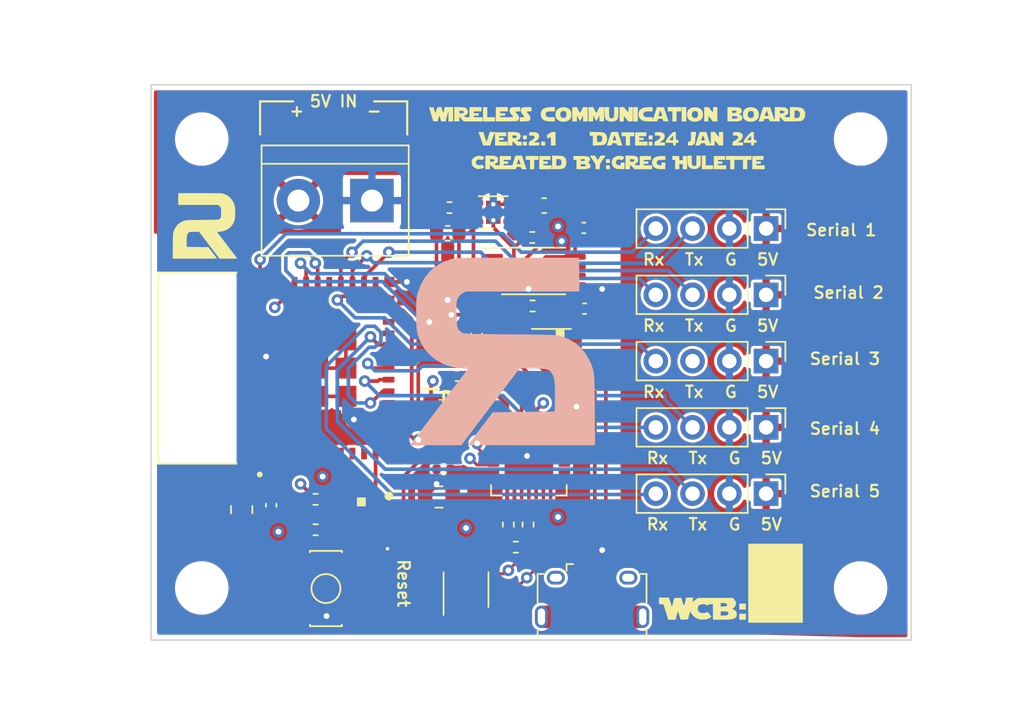
<source format=kicad_pcb>
(kicad_pcb (version 20211014) (generator pcbnew)
  (title_block (title "R2 Droid Gateway") (date "2023-07-06") (rev "1.1") (company "Created by: Greg Hulette") (comment 1 "- Creates WiFi Network for Remote Web Access") (comment 2 "- WiFi to LoRa Bridge") (comment 3 "- Buttons for Master Relay"))
  (layers (0 "F.Cu" signal) (1 "In1.Cu" signal) (2 "In2.Cu" signal) (31 "B.Cu" signal) (34 "B.Paste" user) (35 "F.Paste" user) (36 "B.SilkS" user "B.Silkscreen") (37 "F.SilkS" user "F.Silkscreen") (38 "B.Mask" user) (39 "F.Mask" user) (44 "Edge.Cuts" user))
  (net 0 "")
  (net 1 "+3V3")
  (net 2 "GND")
  (net 3 "RESET")
  (net 4 "Net-(C6-Pad2)")
  (net 5 "VBUS")
  (net 6 "+5V")
  (net 7 "Net-(D1-PadA)")
  (net 8 "USB_DP")
  (net 9 "USB_DN")
  (net 11 "unconnected-(J1-Pad6)")
  (net 13 "Net-(L2-Pad3)")
  (net 14 "DTR")
  (net 15 "RTS")
  (net 16 "GPIO0")
  (net 17 "Net-(R2-Pad1)")
  (net 18 "RXD0")
  (net 19 "Net-(R3-Pad1)")
  (net 20 "TXD0")
  (net 21 "Net-(R4-Pad2)")
  (net 22 "Net-(R6-Pad1)")
  (net 23 "Net-(R9-Pad1)")
  (net 25 "STATUS_LED_DATA")
  (net 59 "RX4")
  (net 60 "TX4")
  (net 61 "RX5")
  (net 62 "TX5")
  (net 63 "TX3")
  (net 64 "RX3")
  (net 65 "TX2")
  (net 66 "RX2")
  (net 67 "TX1")
  (net 68 "RX1")
  (footprint "Connector_PinHeader_2.54mm:PinHeader_1x04_P2.54mm_Vertical" (layer "F.Cu") (at 147.974 102.259 -90)
    (fp_text reference "J4")
    (fp_text value "Conn_01x04" hide)
  )
  (footprint "Resistor_SMD:R_0402_1005Metric" (layer "F.Cu") (at 130.692 119.684 180)
    (fp_text reference "R4")
    (fp_text value "22.1K" hide)
  )
  (footprint "Custom:SOT65P230X110-6N" (layer "F.Cu") (at 125.883 109.986)
    (fp_text reference "Q2")
    (fp_text value "UMH3N" hide)
  )
  (footprint "Capacitor_SMD:C_0402_1005Metric" (layer "F.Cu") (at 126.634 107.858)
    (fp_text reference "C3")
    (fp_text value ".1uF" hide)
  )
  (footprint "Resistor_SMD:R_0402_1005Metric" (layer "F.Cu") (at 131.538 118.124 -90)
    (fp_text reference "R6")
    (fp_text value "1K" hide)
  )
  (footprint "Package_SO:TSSOP-8_4.4x3mm_P0.65mm" (layer "F.Cu") (at 131.92 100.614)
    (fp_text reference "U4")
    (fp_text value "TPS2115APW" hide)
  )
  (footprint "Capacitor_SMD:C_0805_2012Metric" (layer "F.Cu") (at 125.63 101.252)
    (fp_text reference "C8")
    (fp_text value "10uF" hide)
  )
  (footprint "TerminalBlock:TerminalBlock_bornier-2_P5.08mm" (layer "F.Cu") (at 120.754 95.752 180)
    (fp_text reference "J2")
    (fp_text value "Power In" hide)
  )
  (footprint "MountingHole:MountingHole_3.2mm_M3" (layer "F.Cu") (at 109 91.5)
    (fp_text reference "REF**" hide)
    (fp_text value "MountingHole_3.2mm_M3" hide)
  )
  (footprint "Resistor_SMD:R_0402_1005Metric" (layer "F.Cu") (at 130.172 118.124 -90)
    (fp_text reference "R5")
    (fp_text value "47.5K" hide)
  )
  (footprint "Capacitor_SMD:C_0805_2012Metric" (layer "F.Cu") (at 125.378 116.22 180)
    (fp_text reference "C4")
    (fp_text value "4.7uF" hide)
  )
  (footprint "Resistor_SMD:R_0402_1005Metric" (layer "F.Cu") (at 126.908 105.116 90)
    (fp_text reference "R2")
    (fp_text value "1K" hide)
  )
  (footprint "Resistor_SMD:R_0402_1005Metric" (layer "F.Cu") (at 116.86 116.382 180)
    (fp_text reference "R16")
    (fp_text value "470" hide)
  )
  (footprint "MountingHole:MountingHole_3.2mm_M3" (layer "F.Cu") (at 154.5 122.5)
    (fp_text reference "REF**" hide)
    (fp_text value "MountingHole_3.2mm_M3" hide)
  )
  (footprint "Custom:MODULE_ESP32-PICO-MINI-02" (layer "F.Cu") (at 117.007 107.32 90)
    (fp_text reference "U1")
    (fp_text value "ESP32-PICO-MINI-02" hide)
  )
  (footprint "Connector_PinHeader_2.54mm:PinHeader_1x04_P2.54mm_Vertical" (layer "F.Cu") (at 147.974 106.836 -90)
    (fp_text reference "J5")
    (fp_text value "Conn_01x04" hide)
  )
  (footprint "Capacitor_SMD:C_0402_1005Metric" (layer "F.Cu") (at 135.444 103.216)
    (fp_text reference "C12")
    (fp_text value ".1uF" hide)
  )
  (footprint "Connector_PinHeader_2.54mm:PinHeader_1x04_P2.54mm_Vertical" (layer "F.Cu") (at 147.974 115.99 -90)
    (fp_text reference "J7")
    (fp_text value "Conn_01x04" hide)
  )
  (footprint "MountingHole:MountingHole_3.2mm_M3" (layer "F.Cu") (at 109 122.5)
    (fp_text reference "REF**" hide)
    (fp_text value "MountingHole_3.2mm_M3" hide)
  )
  (footprint "Capacitor_SMD:C_0603_1608Metric" (layer "F.Cu") (at 125.988 98.012)
    (fp_text reference "C6")
    (fp_text value "1uF" hide)
  )
  (footprint "Resistor_SMD:R_0402_1005Metric" (layer "F.Cu") (at 131.85 103.028)
    (fp_text reference "R9")
    (fp_text value "402" hide)
  )
  (footprint "Connector_PinHeader_2.54mm:PinHeader_1x04_P2.54mm_Vertical" (layer "F.Cu") (at 147.974 111.413 -90)
    (fp_text reference "J6")
    (fp_text value "Conn_01x04" hide)
  )
  (footprint "Capacitor_SMD:C_0402_1005Metric" (layer "F.Cu") (at 113.796 116.79 -90)
    (fp_text reference "C2")
    (fp_text value ".1uF" hide)
  )
  (footprint "Resistor_SMD:R_0402_1005Metric" (layer "F.Cu") (at 127.978 105.088 90)
    (fp_text reference "R3")
    (fp_text value "1K" hide)
  )
  (footprint "Capacitor_SMD:C_0805_2012Metric" (layer "F.Cu") (at 111.76 117.094 -90)
    (fp_text reference "C1")
    (fp_text value "10uF" hide)
  )
  (footprint "Connector_USB:USB_Micro-B_Amphenol_10118194_Horizontal" (layer "F.Cu") (at 135.956 123.194)
    (fp_text reference "J1")
    (fp_text value "USB_B_Micro" hide)
  )
  (footprint "Custom:WS2812B-2020" (layer "F.Cu") (at 120.022 117.157)
    (fp_text reference "L2")
    (fp_text value "WS2812B-2020" hide)
  )
  (footprint "MountingHole:MountingHole_3.2mm_M3" (layer "F.Cu") (at 154.5 91.5)
    (fp_text reference "REF**" hide)
    (fp_text value "MountingHole_3.2mm_M3" hide)
  )
  (footprint "Capacitor_SMD:C_0402_1005Metric" (layer "F.Cu") (at 135.386 97.642)
    (fp_text reference "C9")
    (fp_text value ".1uF" hide)
  )
  (footprint "Capacitor_SMD:C_0402_1005Metric" (layer "F.Cu") (at 125.696 114.304 180)
    (fp_text reference "C5")
    (fp_text value ".1uF" hide)
  )
  (footprint "Package_DFN_QFN:QFN-28-1EP_5x5mm_P0.5mm_EP3.35x3.35mm" (layer "F.Cu") (at 131.592 113.51)
    (fp_text reference "U2")
    (fp_text value "CP2102N-A02-GQFN28" hide)
  )
  (footprint "Connector_PinHeader_2.54mm:PinHeader_1x04_P2.54mm_Vertical" (layer "F.Cu") (at 147.974 97.682 -90)
    (fp_text reference "J3")
    (fp_text value "Conn_01x04" hide)
  )
  (footprint "Package_TO_SOT_SMD:SOT-143" (layer "F.Cu") (at 127.25 122.618 90)
    (fp_text reference "D2")
    (fp_text value "SP0503BAHTG" hide)
  )
  (footprint "Capacitor_SMD:C_0603_1608Metric" (layer "F.Cu") (at 132.654 96.098 180)
    (fp_text reference "C7")
    (fp_text value "1uF" hide)
  )
  (footprint "Custom:SOD3716X135N" (layer "F.Cu") (at 133.1485 105.4145 180)
    (fp_text reference "D1")
    (fp_text value "B5819W-TP" hide)
  )
  (footprint "Logos:WCBv2.1Logo" (layer "F.Cu") (at 137.668 91.44)
    (fp_text reference "G***" hide)
    (fp_text value "LOGO" hide)
  )
  (footprint "Logos:WCBNumberv2" (layer "F.Cu") (at 145.542 122.174)
    (fp_text reference "G***" hide)
    (fp_text value "LOGO" hide)
  )
  (footprint "Resistor_SMD:R_0402_1005Metric" (layer "F.Cu") (at 131.826 98.298)
    (fp_text reference "R7")
    (fp_text value "10K" hide)
  )
  (footprint "Package_SON:WSON-6-1EP_2x2mm_P0.65mm_EP1x1.6mm_ThermalVias" (layer "F.Cu") (at 129.134 96.558 180)
    (fp_text reference "U3")
    (fp_text value "LP5912-3.3DRV" hide)
  )
  (footprint "Resistor_SMD:R_0402_1005Metric" (layer "F.Cu") (at 126.108 96.238 180)
    (fp_text reference "R10")
    (fp_text value "402" hide)
  )
  (footprint "Resistor_SMD:R_0402_1005Metric" (layer "F.Cu") (at 116.866 118.484)
    (fp_text reference "R1")
    (fp_text value "10K" hide)
  )
  (footprint "Logos:R2_Logo_V2" (layer "F.Cu") (at 109.22 97.854871)
    (fp_text reference "G***" hide)
    (fp_text value "LOGO" hide)
  )
  (footprint "Custom:SW_TL3342F160QG" (layer "F.Cu") (at 117.5765 122.5425 180)
    (fp_text reference "S1")
    (fp_text value "TL3342F160QG" hide)
  )
  (footprint "Logos:r2logoLarge" (layer "B.Cu") (at 129.794 107.188 180)
    (fp_text reference "G***" hide)
    (fp_text value "LOGO" hide)
  )
  (gr_line (start 113.03 88.9) (end 115.316 88.9) (layer "F.SilkS") (width 0.15))
  (gr_line (start 113.03 91.186) (end 113.03 88.9) (layer "F.SilkS") (width 0.15))
  (gr_line (start 123.19 88.9) (end 123.19 91.186) (layer "F.SilkS") (width 0.15))
  (gr_line (start 120.904 88.9) (end 123.19 88.9) (layer "F.SilkS") (width 0.15))
  (gr_line (start 105.5 87.75) (end 158 87.75) (layer "Edge.Cuts") (width 0.1))
  (gr_line (start 158 126.1) (end 105.5 126.1) (layer "Edge.Cuts") (width 0.1))
  (gr_line (start 105.5 126.1) (end 105.5 87.75) (layer "Edge.Cuts") (width 0.1))
  (gr_line (start 158 87.75) (end 158 126.1) (layer "Edge.Cuts") (width 0.1))
  (gr_text "5V" (at 148.082 108.966) (layer "F.SilkS") (effects (font (size 0.8 0.8))))
  (gr_text "5V" (at 148.082 104.394) (layer "F.SilkS") (effects (font (size 0.8 0.8))))
  (gr_text "Rx" (at 140.208 108.966) (layer "F.SilkS") (effects (font (size 0.8 0.8))))
  (gr_text "5V IN" (at 118.11 88.9) (layer "F.SilkS") (effects (font (size 0.8 0.8))))
  (gr_text "Serial 4" (at 153.416 111.506) (layer "F.SilkS") (effects (font (size 0.8 0.8))))
  (gr_text "Tx" (at 143.256 113.538) (layer "F.SilkS") (effects (font (size 0.8 0.8))))
  (gr_text "Tx" (at 143.002 108.966) (layer "F.SilkS") (effects (font (size 0.8 0.8))))
  (gr_text "Tx" (at 143.002 104.394) (layer "F.SilkS") (effects (font (size 0.8 0.8))))
  (gr_text "5V" (at 148.082 99.822) (layer "F.SilkS") (effects (font (size 0.8 0.8))))
  (gr_text "G" (at 145.542 104.394) (layer "F.SilkS") (effects (font (size 0.8 0.8))))
  (gr_text "+" (at 115.57 89.662 180) (layer "F.SilkS") (effects (font (size 0.8 0.8))))
  (gr_text "Serial 5" (at 153.416 115.824) (layer "F.SilkS") (effects (font (size 0.8 0.8))))
  (gr_text "Rx" (at 140.462 113.538) (layer "F.SilkS") (effects (font (size 0.8 0.8))))
  (gr_text "5V" (at 148.336 113.538) (layer "F.SilkS") (effects (font (size 0.8 0.8))))
  (gr_text "Serial 3" (at 153.416 106.68) (layer "F.SilkS") (effects (font (size 0.8 0.8))))
  (gr_text "5V" (at 148.336 118.11) (layer "F.SilkS") (effects (font (size 0.8 0.8))))
  (gr_text "Tx" (at 143.002 99.822) (layer "F.SilkS") (effects (font (size 0.8 0.8))))
  (gr_text "-" (at 120.904 89.662 180) (layer "F.SilkS") (effects (font (size 0.8 0.8))))
  (gr_text "Rx" (at 140.208 104.394) (layer "F.SilkS") (effects (font (size 0.8 0.8))))
  (gr_text "G" (at 145.542 108.966) (layer "F.SilkS") (effects (font (size 0.8 0.8))))
  (gr_text "Serial 2" (at 153.67 102.108) (layer "F.SilkS") (effects (font (size 0.8 0.8))))
  (gr_text "Tx" (at 143.256 118.11) (layer "F.SilkS") (effects (font (size 0.8 0.8))))
  (gr_text "G" (at 145.542 99.822) (layer "F.SilkS") (effects (font (size 0.8 0.8))))
  (gr_text "Rx" (at 140.462 118.11) (layer "F.SilkS") (effects (font (size 0.8 0.8))))
  (gr_text "G" (at 145.796 113.538) (layer "F.SilkS") (effects (font (size 0.8 0.8))))
  (gr_text "G" (at 145.796 118.11) (layer "F.SilkS") (effects (font (size 0.8 0.8))))
  (gr_text "Reset" (at 122.936 122.174 270) (layer "F.SilkS") (effects (font (size 0.8 0.8))))
  (gr_text "Rx" (at 140.208 99.822) (layer "F.SilkS") (effects (font (size 0.8 0.8))))
  (gr_text "Serial 1" (at 153.162 97.79) (layer "F.SilkS") (effects (font (size 0.8 0.8))))
  (segment (start 128.218 115.01) (end 127.718 114.51) (width 0.25) (layer "F.Cu") (net 1))
  (segment (start 129.142 114.51) (end 127.552 114.51) (width 0.25) (layer "F.Cu") (net 1))
  (segment (start 126.382 114.51) (end 126.176 114.304) (width 0.25) (layer "F.Cu") (net 1))
  (segment (start 127.552 114.51) (end 126.382 114.51) (width 0.25) (layer "F.Cu") (net 1))
  (segment (start 129.142 115.01) (end 128.218 115.01) (width 0.25) (layer "F.Cu") (net 1))
  (segment (start 127.718 114.51) (end 127.552 114.51) (width 0.25) (layer "F.Cu") (net 1))
  (via (at 117.348 114.808) (size 0.8) (drill 0.4) (layers "F.Cu" "B.Cu") (net 1))
  (via (at 134.874 109.982) (size 0.8) (drill 0.4) (layers "F.Cu" "B.Cu") (net 1))
  (via (at 133.604 117.602) (size 0.8) (drill 0.4) (layers "F.Cu" "B.Cu") (net 1))
  (via (at 127.254 118.364) (size 0.8) (drill 0.4) (layers "F.Cu" "B.Cu") (net 1))
  (via (at 133.604 97.536) (size 0.8) (drill 0.4) (layers "F.Cu" "B.Cu") (net 1))
  (via (at 125.984 102.616) (size 0.8) (drill 0.4) (layers "F.Cu" "B.Cu") (net 1))
  (via (at 114.3 118.618) (size 0.8) (drill 0.4) (layers "F.Cu" "B.Cu") (net 1))
  (via (at 133.858 98.552) (size 0.8) (drill 0.4) (layers "F.Cu" "B.Cu") (net 1))
  (segment (start 117.007 109.27) (end 115.057 109.27) (width 0.25) (layer "F.Cu") (net 2))
  (segment (start 129.9215 96.008) (end 130.0215 95.908) (width 0.25) (layer "F.Cu") (net 2))
  (segment (start 113.444 106.52) (end 114.257 106.52) (width 0.25) (layer "F.Cu") (net 2))
  (segment (start 128.46552 110.386192) (end 128.46552 109.20952) (width 0.25) (layer "F.Cu") (net 2))
  (segment (start 112.776 124.206) (end 113.0125 124.4425) (width 0.25) (layer "F.Cu") (net 2))
  (segment (start 131.4415 94.488) (end 130.0215 95.908) (width 0.25) (layer "F.Cu") (net 2))
  (segment (start 131.589328 113.51) (end 128.46552 110.386192) (width 0.25) (layer "F.Cu") (net 2))
  (segment (start 121.007 110.865) (end 121.007 112.673) (width 0.25) (layer "F.Cu") (net 2))
  (segment (start 129.0575 100.289) (end 130.089 100.289) (width 0.25) (layer "F.Cu") (net 2))
  (segment (start 118.957 107.32) (end 117.007 107.32) (width 0.25) (layer "F.Cu") (net 2))
  (segment (start 121.007 113.22) (end 121.007 116.477) (width 0.25) (layer "F.Cu") (net 2))
  (segment (start 115.057 107.32) (end 115.057 105.37) (width 0.25) (layer "F.Cu") (net 2))
  (segment (start 125.213 100.719) (end 124.68 101.252) (width 0.25) (layer "F.Cu") (net 2))
  (segment (start 135.866 97.63507) (end 135.866 97.642) (width 0.25) (layer "F.Cu") (net 2))
  (segment (start 125.222 98.003) (end 125.222 96.614) (width 0.25) (layer "F.Cu") (net 2))
  (segment (start 130.556 99.822) (end 130.556 99.03) (width 0.25) (layer "F.Cu") (net 2))
  (segment (start 112.776 120.904) (end 112.776 124.206) (width 0.25) (layer "F.Cu") (net 2))
  (segment (start 129.134 96.008) (end 129.9215 96.008) (width 0.25) (layer "F.Cu") (net 2))
  (segment (start 132.36 103.028) (end 132.36 102.642) (width 0.25) (layer "F.Cu") (net 2))
  (segment (start 130.556 99.03) (end 129.134 97.608) (width 0.25) (layer "F.Cu") (net 2))
  (segment (start 112.057 113.27) (end 113.757 113.27) (width 0.25) (layer "F.Cu") (net 2))
  (segment (start 113.0125 124.4425) (end 114.4265 124.4425) (width 0.25) (layer "F.Cu") (net 2))
  (segment (start 119.507 110.871) (end 121.007 112.371) (width 0.25) (layer "F.Cu") (net 2))
  (segment (start 130.089 100.289) (end 130.556 99.822) (width 0.25) (layer "F.Cu") (net 2))
  (segment (start 121.957 113.27) (end 121.057 113.27) (width 0.25) (layer "F.Cu") (net 2))
  (segment (start 118.957 109.27) (end 118.957 110.321) (width 0.25) (layer "F.Cu") (net 2))
  (segment (start 128.584 96.558) (end 129.134 97.108) (width 0.25) (layer "F.Cu") (net 2))
  (segment (start 125.476 120.142) (end 124.968 120.65) (width 0.25) (layer "F.Cu") (net 2))
  (segment (start 121.057 113.27) (end 121.007 113.22) (width 0.25) (layer "F.Cu") (net 2))
  (segment (start 125.222 96.614) (end 125.598 96.238) (width 0.25) (layer "F.Cu") (net 2))
  (segment (start 125.216 114.304) (end 125.216 115.322) (width 0.25) (layer "F.Cu") (net 2))
  (segment (start 125.213 98.012) (end 125.222 98.003) (width 0.25) (layer "F.Cu") (net 2))
  (segment (start 131.288 98.298) (end 130.556 99.03) (width 0.25) (layer "F.Cu") (net 2))
  (segment (start 121.007 112.371) (end 121.007 112.673) (width 0.25) (layer "F.Cu") (net 2))
  (segment (start 134.32893 96.098) (end 135.866 97.63507) (width 0.25) (layer "F.Cu") (net 2))
  (segment (start 121.007 112.673) (end 121.007 113.22) (width 0.25) (layer "F.Cu") (net 2))
  (segment (start 133.429 96.098) (end 134.32893 96.098) (width 0.25) (layer "F.Cu") (net 2))
  (segment (start 131.092 113.01) (end 131.469 113.387) (width 0.25) (layer "F.Cu") (net 2))
  (segment (start 124.968 120.65) (end 124.968 122.682) (width 0.25) (layer "F.Cu") (net 2))
  (segment (start 135.924 103.216) (end 136.652 102.488) (width 0.25) (layer "F.Cu") (net 2))
  (segment (start 115.057 105.37) (end 118.957 105.37) (width 0.25) (layer "F.Cu") (net 2))
  (segment (start 123.166 101.37) (end 121.957 101.37) (width 0.25) (layer "F.Cu") (net 2))
  (segment (start 128.46552 109.20952) (end 127.114 107.858) (width 0.25) (layer "F.Cu") (net 2))
  (segment (start 114.257 106.52) (end 115.057 107.32) (width 0.25) (layer "F.Cu") (net 2))
  (segment (start 112.107 106.52) (end 113.444 106.52) (width 0.25) (layer "F.Cu") (net 2))
  (segment (start 133.429 95.075) (end 132.842 94.488) (width 0.25) (layer "F.Cu") (net 2))
  (segment (start 125.216 115.322) (end 125.216 115.432) (width 0.25) (layer "F.Cu") (net 2))
  (segment (start 125.216 115.432) (end 124.428 116.22) (width 0.25) (layer "F.Cu") (net 2))
  (segment (start 120.7265 124.4425) (end 125.7555 124.4425) (width 0.25) (layer "F.Cu") (net 2))
  (segment (start 136.652 102.488) (end 136.652 101.854) (width 0.25) (layer "F.Cu") (net 2))
  (segment (start 112.057 101.37) (end 112.057 113.27) (width 0.25) (layer "F.Cu") (net 2))
  (segment (start 128.524 120.142) (end 125.476 120.142) (width 0.25) (layer "F.Cu") (net 2))
  (segment (start 124.562 101.37) (end 123.166 101.37) (width 0.25) (layer "F.Cu") (net 2))
  (segment (start 113.757 113.27) (end 113.807 113.22) (width 0.25) (layer "F.Cu") (net 2))
  (segment (start 128.2465 96.558) (end 128.584 96.558) (width 0.25) (layer "F.Cu") (net 2))
  (segment (start 131.316 98.298) (end 131.288 98.298) (width 0.25) (layer "F.Cu") (net 2))
  (segment (start 118.957 110.321) (end 119.507 110.871) (width 0.25) (layer "F.Cu") (net 2))
  (segment (start 111.76 118.044) (end 111.76 119.888) (width 0.25) (layer "F.Cu") (net 2))
  (segment (start 129.134 97.608) (end 129.134 97.108) (width 0.25) (layer "F.Cu") (net 2))
  (segment (start 118.957 109.27) (end 117.007 109.27) (width 0.25) (layer "F.Cu") (net 2))
  (segment (start 125.7555 124.4425) (end 126.48 123.718) (width 0.25) (layer "F.Cu") (net 2))
  (segment (start 132.842 94.488) (end 131.4415 94.488) (width 0.25) (layer "F.Cu") (net 2))
  (segment (start 115.057 109.27) (end 115.057 107.32) (width 0.25) (layer "F.Cu") (net 2))
  (segment (start 135.924 102.7305) (end 135.924 103.216) (width 0.25) (layer "F.Cu") (net 2))
  (segment (start 121.907 110.52) (end 121.352 110.52) (width 0.25) (layer "F.Cu") (net 2))
  (segment (start 121.007 116.477) (end 121.037 116.507) (width 0.25) (layer "F.Cu") (net 2))
  (segment (start 124.68 101.252) (end 124.562 101.37) (width 0.25) (layer "F.Cu") (net 2))
  (segment (start 121.352 110.52) (end 121.007 110.865) (width 0.25) (layer "F.Cu") (net 2))
  (segment (start 125.213 98.012) (end 125.213 100.719) (width 0.25) (layer "F.Cu") (net 2))
  (segment (start 112.534 117.27) (end 111.76 118.044) (width 0.25) (layer "F.Cu") (net 2))
  (segment (start 111.76 119.888) (end 112.776 120.904) (width 0.25) (layer "F.Cu") (net 2))
  (segment (start 126.004 123.718) (end 126.48 123.718) (width 0.25) (layer "F.Cu") (net 2))
  (segment (start 114.4265 124.4425) (end 117.6195 124.4425) (width 0.25) (layer "F.Cu") (net 2))
  (segment (start 118.957 105.37) (end 118.957 107.32) (width 0.25) (layer "F.Cu") (net 2))
  (segment (start 132.36 102.642) (end 131.572 101.854) (width 0.25) (layer "F.Cu") (net 2))
  (segment (start 113.796 117.27) (end 112.534 117.27) (width 0.25) (layer "F.Cu") (net 2))
  (segment (start 131.592 113.51) (end 131.589328 113.51) (width 0.25) (layer "F.Cu") (net 2))
  (segment (start 117.6195 124.4425) (end 120.7265 124.4425) (width 0.25) (layer "F.Cu") (net 2))
  (segment (start 137.256 120.492) (end 136.652 119.888) (width 0.25) (layer "F.Cu") (net 2))
  (segment (start 133.429 96.098) (end 133.429 95.075) (width 0.25) (layer "F.Cu") (net 2))
  (segment (start 130.172 118.634) (end 130.032 118.634) (width 0.25) (layer "F.Cu") (net 2))
  (segment (start 130.032 118.634) (end 128.524 120.142) (width 0.25) (layer "F.Cu") (net 2))
  (segment (start 124.968 122.682) (end 126.004 123.718) (width 0.25) (layer "F.Cu") (net 2))
  (segment (start 137.256 121.794) (end 137.256 120.492) (width 0.25) (layer "F.Cu") (net 2))
  (segment (start 131.469 113.387) (end 131.592 113.51) (width 0.25) (layer "F.Cu") (net 2))
  (segment (start 129.142 113.01) (end 131.092 113.01) (width 0.25) (layer "F.Cu") (net 2))
  (segment (start 134.7825 101.589) (end 135.924 102.7305) (width 0.25) (layer "F.Cu") (net 2))
  (via (at 136.652 101.854) (size 0.8) (drill 0.4) (layers "F.Cu" "B.Cu") (net 2))
  (via (at 113.444 106.52) (size 0.8) (drill 0.4) (layers "F.Cu" "B.Cu") (net 2))
  (via (at 119.507 110.871) (size 0.8) (drill 0.4) (layers "F.Cu" "B.Cu") (net 2))
  (via (at 131.469 113.387) (size 0.8) (drill 0.4) (layers "F.Cu" "B.Cu") (net 2))
  (via (at 123.166 101.37) (size 0.8) (drill 0.4) (layers "F.Cu" "B.Cu") (net 2))
  (via (at 125.216 115.322) (size 0.8) (drill 0.4) (layers "F.Cu" "B.Cu") (net 2))
  (via (at 117.6195 124.4425) (size 0.8) (drill 0.4) (layers "F.Cu" "B.Cu") (net 2))
  (via (at 131.572 101.854) (size 0.8) (drill 0.4) (layers "F.Cu" "B.Cu") (net 2))
  (via (at 136.652 119.888) (size 0.8) (drill 0.4) (layers "F.Cu" "B.Cu") (net 2))
  (segment (start 117.376 118.484) (end 117.764 118.872) (width 0.25) (layer "F.Cu") (net 3))
  (segment (start 120.7265 120.6425) (end 119.5345 120.6425) (width 0.25) (layer "F.Cu") (net 3))
  (segment (start 114.4265 120.6425) (end 115.2175 120.6425) (width 0.25) (layer "F.Cu") (net 3))
  (segment (start 119.831511 118.674489) (end 119.831511 115.259511) (width 0.25) (layer "F.Cu") (net 3))
  (segment (start 126.954022 113.03) (end 127.291489 112.692533) (width 0.25) (layer "F.Cu") (net 3))
  (segment (start 127.291489 112.692533) (end 127.291489 111.976511) (width 0.25) (layer "F.Cu") (net 3))
  (segment (start 121.863511 118.674489) (end 122.936 117.602) (width 0.25) (layer "F.Cu") (net 3))
  (segment (start 117.764 118.872) (end 119.634 118.872) (width 0.25) (layer "F.Cu") (net 3))
  (segment (start 127.291489 111.976511) (end 128.016 111.252) (width 0.25) (layer "F.Cu") (net 3))
  (segment (start 128.016 109.669978) (end 127.682022 109.336) (width 0.25) (layer "F.Cu") (net 3))
  (segment (start 118.607 114.035) (end 118.607 113.22) (width 0.25) (layer "F.Cu") (net 3))
  (segment (start 126.154 107.858) (end 126.154 108.557) (width 0.25) (layer "F.Cu") (net 3))
  (segment (start 124.714 113.03) (end 126.954022 113.03) (width 0.25) (layer "F.Cu") (net 3))
  (segment (start 126.154 108.557) (end 126.933 109.336) (width 0.25) (layer "F.Cu") (net 3))
  (segment (start 119.5345 120.6425) (end 117.376 118.484) (width 0.25) (layer "F.Cu") (net 3))
  (segment (start 119.634 118.872) (end 119.831511 118.674489) (width 0.25) (layer "F.Cu") (net 3))
  (segment (start 128.016 111.252) (end 128.016 109.669978) (width 0.25) (layer "F.Cu") (net 3))
  (segment (start 122.936 114.808) (end 124.714 113.03) (width 0.25) (layer "F.Cu") (net 3))
  (segment (start 119.831511 115.259511) (end 118.607 114.035) (width 0.25) (layer "F.Cu") (net 3))
  (segment (start 122.936 117.602) (end 122.936 114.808) (width 0.25) (layer "F.Cu") (net 3))
  (segment (start 115.2175 120.6425) (end 117.376 118.484) (width 0.25) (layer "F.Cu") (net 3))
  (segment (start 127.682022 109.336) (end 126.933 109.336) (width 0.25) (layer "F.Cu") (net 3))
  (segment (start 119.831511 118.674489) (end 121.863511 118.674489) (width 0.25) (layer "F.Cu") (net 3))
  (segment (start 132.588 101.092) (end 133.391 100.289) (width 0.25) (layer "F.Cu") (net 4))
  (segment (start 128.2465 97.208) (end 127.942 97.208) (width 0.25) (layer "F.Cu") (net 4))
  (segment (start 127.942 97.208) (end 127.508 96.774) (width 0.25) (layer "F.Cu") (net 4))
  (segment (start 127.508 96.774) (end 127.508 96.504977) (width 0.25) (layer "F.Cu") (net 4))
  (segment (start 127.762 102.108) (end 129.286 103.632) (width 0.25) (layer "F.Cu") (net 4))
  (segment (start 131.228141 103.886) (end 132.471859 103.886) (width 0.25) (layer "F.Cu") (net 4))
  (segment (start 126.763 98.012) (end 127.4425 98.012) (width 0.25) (layer "F.Cu") (net 4))
  (segment (start 126.948 95.908) (end 128.2465 95.908) (width 0.25) (layer "F.Cu") (net 4))
  (segment (start 132.471859 103.886) (end 132.95452 103.403339) (width 0.25) (layer "F.Cu") (net 4))
  (segment (start 132.95452 102.600802) (end 132.588 102.234282) (width 0.25) (layer "F.Cu") (net 4))
  (segment (start 129.286 103.632) (end 130.974141 103.632) (width 0.25) (layer "F.Cu") (net 4))
  (segment (start 127.762 97.6925) (end 127.762 102.108) (width 0.25) (layer "F.Cu") (net 4))
  (segment (start 126.763 98.012) (end 126.763 101.069) (width 0.25) (layer "F.Cu") (net 4))
  (segment (start 128.2465 97.208) (end 127.762 97.6925) (width 0.25) (layer "F.Cu") (net 4))
  (segment (start 127.508 96.504977) (end 128.104977 95.908) (width 0.25) (layer "F.Cu") (net 4))
  (segment (start 127.4425 98.012) (end 128.2465 97.208) (width 0.25) (layer "F.Cu") (net 4))
  (segment (start 132.95452 103.403339) (end 132.95452 102.600802) (width 0.25) (layer "F.Cu") (net 4))
  (segment (start 126.618 96.238) (end 126.948 95.908) (width 0.25) (layer "F.Cu") (net 4))
  (segment (start 132.588 102.234282) (end 132.588 101.092) (width 0.25) (layer "F.Cu") (net 4))
  (segment (start 126.763 101.069) (end 126.58 101.252) (width 0.25) (layer "F.Cu") (net 4))
  (segment (start 128.104977 95.908) (end 128.2465 95.908) (width 0.25) (layer "F.Cu") (net 4))
  (segment (start 130.974141 103.632) (end 131.228141 103.886) (width 0.25) (layer "F.Cu") (net 4))
  (segment (start 133.391 100.289) (end 134.7825 100.289) (width 0.25) (layer "F.Cu") (net 4))
  (segment (start 134.964 105.2373) (end 134.7868 105.4145) (width 0.25) (layer "F.Cu") (net 5))
  (segment (start 131.202 119.684) (end 134.824 119.684) (width 0.25) (layer "F.Cu") (net 5))
  (segment (start 130.048 106.172) (end 130.048 104.648) (width 0.25) (layer "F.Cu") (net 5))
  (segment (start 132.08 108.204) (end 130.048 106.172) (width 0.25) (layer "F.Cu") (net 5))
  (segment (start 136.144 118.364) (end 136.144 108.966) (width 0.25) (layer "F.Cu") (net 5))
  (segment (start 136.144 108.966) (end 135.382 108.204) (width 0.25) (layer "F.Cu") (net 5))
  (segment (start 133.35 101.602) (end 134.964 103.216) (width 0.25) (layer "F.Cu") (net 5))
  (segment (start 135.382 108.204) (end 132.08 108.204) (width 0.25) (layer "F.Cu") (net 5))
  (segment (start 130.048 104.648) (end 130.302 104.394) (width 0.25) (layer "F.Cu") (net 5))
  (segment (start 133.35 101.092) (end 133.35 101.602) (width 0.25) (layer "F.Cu") (net 5))
  (segment (start 133.503 100.939) (end 133.35 101.092) (width 0.25) (layer "F.Cu") (net 5))
  (segment (start 134.824 119.684) (end 136.144 118.364) (width 0.25) (layer "F.Cu") (net 5))
  (segment (start 133.6085 105.4145) (end 134.7868 105.4145) (width 0.25) (layer "F.Cu") (net 5))
  (segment (start 132.588 104.394) (end 133.6085 105.4145) (width 0.25) (layer "F.Cu") (net 5))
  (segment (start 134.7825 100.939) (end 133.503 100.939) (width 0.25) (layer "F.Cu") (net 5))
  (segment (start 130.302 104.394) (end 132.588 104.394) (width 0.25) (layer "F.Cu") (net 5))
  (segment (start 134.964 103.216) (end 134.964 105.2373) (width 0.25) (layer "F.Cu") (net 5))
  (segment (start 132.771 99.639) (end 131.471 100.939) (width 0.25) (layer "F.Cu") (net 6))
  (segment (start 134.7825 99.639) (end 132.771 99.639) (width 0.25) (layer "F.Cu") (net 6))
  (segment (start 136.398 98.298) (end 135.55507 98.298) (width 0.25) (layer "F.Cu") (net 6))
  (segment (start 136.906 97.79) (end 136.398 98.298) (width 0.25) (layer "F.Cu") (net 6))
  (segment (start 130.201 100.939) (end 129.0575 100.939) (width 0.25) (layer "F.Cu") (net 6))
  (segment (start 132.336 98.298) (end 132.336 98.804) (width 0.25) (layer "F.Cu") (net 6))
  (segment (start 134.7825 97.7655) (end 134.906 97.642) (width 0.25) (layer "F.Cu") (net 6))
  (segment (start 136.906 93.218) (end 136.906 97.79) (width 0.25) (layer "F.Cu") (net 6))
  (segment (start 131.471 100.939) (end 130.201 100.939) (width 0.25) (layer "F.Cu") (net 6))
  (segment (start 132.336 98.804) (end 130.201 100.939) (width 0.25) (layer "F.Cu") (net 6))
  (segment (start 134.906 97.642) (end 134.906 97.64893) (width 0.25) (layer "F.Cu") (net 6))
  (segment (start 134.7825 99.639) (end 134.7825 97.7655) (width 0.25) (layer "F.Cu") (net 6))
  (segment (start 135.55507 98.298) (end 134.906 97.64893) (width 0.25) (layer "F.Cu") (net 6))
  (segment (start 136.906 107.95) (end 136.398 107.442) (width 0.25) (layer "F.Cu") (net 7))
  (segment (start 139.446 122.936) (end 139.446 120.904) (width 0.25) (layer "F.Cu") (net 7))
  (segment (start 136.398 107.442) (end 132.588 107.442) (width 0.25) (layer "F.Cu") (net 7))
  (segment (start 132.588 107.442) (end 131.5102 106.3642) (width 0.25) (layer "F.Cu") (net 7))
  (segment (start 128.523511 123.394489) (end 133.399511 123.394489) (width 0.25) (layer "F.Cu") (net 7))
  (segment (start 133.399511 123.394489) (end 134.656 122.138) (width 0.25) (layer "F.Cu") (net 7))
  (segment (start 134.873 122.936) (end 139.446 122.936) (width 0.25) (layer "F.Cu") (net 7))
  (segment (start 134.656 122.138) (end 134.656 121.794) (width 0.25) (layer "F.Cu") (net 7))
  (segment (start 136.906 118.364) (end 136.906 107.95) (width 0.25) (layer "F.Cu") (net 7))
  (segment (start 139.446 120.904) (end 136.906 118.364) (width 0.25) (layer "F.Cu") (net 7))
  (segment (start 128.2 123.718) (end 128.523511 123.394489) (width 0.25) (layer "F.Cu") (net 7))
  (segment (start 134.656 121.794) (end 134.656 122.719) (width 0.25) (layer "F.Cu") (net 7))
  (segment (start 131.5102 106.3642) (end 131.5102 105.4145) (width 0.25) (layer "F.Cu") (net 7))
  (segment (start 134.656 122.719) (end 134.873 122.936) (width 0.25) (layer "F.Cu") (net 7))
  (segment (start 129.06652 113.43452) (end 128.654547 113.43452) (width 0.2) (layer "F.Cu") (net 8))
  (segment (start 128.654547 113.43452) (end 128.016 112.795973) (width 0.2) (layer "F.Cu") (net 8))
  (segment (start 130.95552 120.50448) (end 130.175 121.285) (width 0.2) (layer "F.Cu") (net 8))
  (segment (start 135.179 120.142) (end 132.588 120.142) (width 0.2) (layer "F.Cu") (net 8))
  (segment (start 129.942 121.518) (end 128.2 121.518) (width 0.2) (layer "F.Cu") (net 8))
  (segment (start 132.588 120.142) (end 132.22552 120.50448) (width 0.2) (layer "F.Cu") (net 8))
  (segment (start 135.956 121.794) (end 135.956 120.919) (width 0.2) (layer "F.Cu") (net 8))
  (segment (start 130.175 121.285) (end 129.942 121.518) (width 0.2) (layer "F.Cu") (net 8))
  (segment (start 135.956 120.919) (end 135.179 120.142) (width 0.2) (layer "F.Cu") (net 8))
  (segment (start 128.016 112.795973) (end 128.016 112.522) (width 0.2) (layer "F.Cu") (net 8))
  (segment (start 132.22552 120.50448) (end 130.95552 120.50448) (width 0.2) (layer "F.Cu") (net 8))
  (segment (start 129.142 113.51) (end 129.06652 113.43452) (width 0.2) (layer "F.Cu") (net 8))
  (via (at 130.175 121.285) (size 0.8) (drill 0.4) (layers "F.Cu" "B.Cu") (net 8))
  (via (at 128.016 112.522) (size 0.8) (drill 0.4) (layers "F.Cu" "B.Cu") (net 8))
  (segment (start 131.445 121.793) (end 130.720489 122.517511) (width 0.2) (layer "F.Cu") (net 9))
  (segment (start 127.299511 122.517511) (end 126.3 121.518) (width 0.2) (layer "F.Cu") (net 9))
  (segment (start 132.334 120.904) (end 131.445 121.793) (width 0.2) (layer "F.Cu") (net 9))
  (segment (start 135.206489 120.819489) (end 134.241 120.819489) (width 0.2) (layer "F.Cu") (net 9))
  (segment (start 135.306 121.794) (end 135.306 120.919) (width 0.2) (layer "F.Cu") (net 9))
  (segment (start 130.720489 122.517511) (end 127.299511 122.517511) (width 0.2) (layer "F.Cu") (net 9))
  (segment (start 135.306 120.919) (end 135.206489 120.819489) (width 0.2) (layer "F.Cu") (net 9))
  (segment (start 127.544 113.538) (end 127.526 113.556) (width 0.2) (layer "F.Cu") (net 9))
  (segment (start 134.241 120.819489) (end 134.156489 120.904) (width 0.2) (layer "F.Cu") (net 9))
  (segment (start 134.156489 120.904) (end 132.334 120.904) (width 0.2) (layer "F.Cu") (net 9))
  (segment (start 128.016 114.01) (end 127.544 113.538) (width 0.2) (layer "F.Cu") (net 9))
  (segment (start 129.142 114.01) (end 128.016 114.01) (width 0.2) (layer "F.Cu") (net 9))
  (via (at 127.526 113.556) (size 0.8) (drill 0.4) (layers "F.Cu" "B.Cu") (net 9))
  (via (at 131.445 121.793) (size 0.8) (drill 0.4) (layers "F.Cu" "B.Cu") (net 9))
  (segment (start 132.456 124.494) (end 139.456 124.494) (width 0.25) (layer "F.Cu") (net 11))
  (segment (start 119.007 116.507) (end 117.495 116.507) (width 0.25) (layer "F.Cu") (net 13))
  (segment (start 117.495 116.507) (end 117.37 116.382) (width 0.25) (layer "F.Cu") (net 13))
  (segment (start 130.092 111.06) (end 130.092 109.86907) (width 0.25) (layer "F.Cu") (net 14))
  (segment (start 123.952 109.982) (end 123.952 107.188) (width 0.25) (layer "F.Cu") (net 14))
  (segment (start 124.833 109.986) (end 123.956 109.986) (width 0.25) (layer "F.Cu") (net 14))
  (segment (start 130.092 109.86907) (end 127.15693 106.934) (width 0.25) (layer "F.Cu") (net 14))
  (segment (start 123.956 109.986) (end 123.952 109.982) (width 0.25) (layer "F.Cu") (net 14))
  (segment (start 127.15693 106.934) (end 124.206 106.934) (width 0.25) (layer "F.Cu") (net 14))
  (segment (start 126.256282 110.636) (end 125.606282 109.986) (width 0.25) (layer "F.Cu") (net 14))
  (segment (start 125.606282 109.986) (end 124.833 109.986) (width 0.25) (layer "F.Cu") (net 14))
  (segment (start 123.952 107.188) (end 124.206 106.934) (width 0.25) (layer "F.Cu") (net 14))
  (segment (start 126.933 110.636) (end 126.256282 110.636) (width 0.25) (layer "F.Cu") (net 14))
  (segment (start 125.592 109.336) (end 126.242 109.986) (width 0.25) (layer "F.Cu") (net 15))
  (segment (start 132.092 111.06) (end 132.092 110.224) (width 0.25) (layer "F.Cu") (net 15))
  (segment (start 124.833 109.336) (end 124.833 108.339) (width 0.25) (layer "F.Cu") (net 15))
  (segment (start 132.092 110.224) (end 132.588 109.728) (width 0.25) (layer "F.Cu") (net 15))
  (segment (start 124.833 108.339) (end 124.968 108.204) (width 0.25) (layer "F.Cu") (net 15))
  (segment (start 126.242 109.986) (end 126.933 109.986) (width 0.25) (layer "F.Cu") (net 15))
  (segment (start 124.833 109.336) (end 125.592 109.336) (width 0.25) (layer "F.Cu") (net 15))
  (via (at 124.968 108.204) (size 0.8) (drill 0.4) (layers "F.Cu" "B.Cu") (net 15))
  (via (at 132.588 109.728) (size 0.8) (drill 0.4) (layers "F.Cu" "B.Cu") (net 15))
  (segment (start 124.833 110.636) (end 123.970283 110.636) (width 0.25) (layer "F.Cu") (net 16))
  (segment (start 122.878 103.32) (end 121.907 103.32) (width 0.25) (layer "F.Cu") (net 16))
  (segment (start 123.50248 103.94448) (end 122.878 103.32) (width 0.25) (layer "F.Cu") (net 16))
  (segment (start 123.50248 110.168197) (end 123.50248 103.94448) (width 0.25) (layer "F.Cu") (net 16))
  (segment (start 123.970283 110.636) (end 123.50248 110.168197) (width 0.25) (layer "F.Cu") (net 16))
  (segment (start 131.092 111.06) (end 131.092 109.81) (width 0.25) (layer "F.Cu") (net 17))
  (segment (start 131.092 109.81) (end 126.908 105.626) (width 0.25) (layer "F.Cu") (net 17))
  (segment (start 117.007 101.42) (end 117.007 100.243) (width 0.25) (layer "F.Cu") (net 18))
  (segment (start 125.18 104.606) (end 124.714 104.14) (width 0.25) (layer "F.Cu") (net 18))
  (segment (start 126.908 104.606) (end 125.18 104.606) (width 0.25) (layer "F.Cu") (net 18))
  (segment (start 117.007 100.243) (end 116.84 100.076) (width 0.25) (layer "F.Cu") (net 18))
  (via (at 124.714 104.14) (size 0.8) (drill 0.4) (layers "F.Cu" "B.Cu") (net 18))
  (via (at 116.84 100.076) (size 0.8) (drill 0.4) (layers "F.Cu" "B.Cu") (net 18))
  (segment (start 115.57 101.346) (end 114.808 100.584) (width 0.25) (layer "B.Cu") (net 18))
  (segment (start 114.808 99.568) (end 115.024511 99.351489) (width 0.25) (layer "B.Cu") (net 18))
  (segment (start 116.84 99.822) (end 116.84 100.076) (width 0.25) (layer "B.Cu") (net 18))
  (segment (start 121.481669 101.346) (end 115.57 101.346) (width 0.25) (layer "B.Cu") (net 18))
  (segment (start 124.000678 103.865009) (end 121.481669 101.346) (width 0.25) (layer "B.Cu") (net 18))
  (segment (start 115.024511 99.351489) (end 116.369489 99.351489) (width 0.25) (layer "B.Cu") (net 18))
  (segment (start 116.369489 99.351489) (end 116.84 99.822) (width 0.25) (layer "B.Cu") (net 18))
  (segment (start 124.439009 103.865009) (end 124.000678 103.865009) (width 0.25) (layer "B.Cu") (net 18))
  (segment (start 114.808 100.584) (end 114.808 99.568) (width 0.25) (layer "B.Cu") (net 18))
  (segment (start 124.714 104.14) (end 124.439009 103.865009) (width 0.25) (layer "B.Cu") (net 18))
  (segment (start 131.592 111.06) (end 131.592 109.674282) (width 0.25) (layer "F.Cu") (net 19))
  (segment (start 131.592 109.674282) (end 127.978 106.060282) (width 0.25) (layer "F.Cu") (net 19))
  (segment (start 127.978 106.060282) (end 127.978 105.598) (width 0.25) (layer "F.Cu") (net 19))
  (segment (start 127.978 104.578) (end 127.032 103.632) (width 0.25) (layer "F.Cu") (net 20))
  (segment (start 116.207 101.42) (end 116.207 100.459) (width 0.25) (layer "F.Cu") (net 20))
  (segment (start 116.207 100.459) (end 115.824 100.076) (width 0.25) (layer "F.Cu") (net 20))
  (segment (start 127.032 103.632) (end 126.238 103.632) (width 0.25) (layer "F.Cu") (net 20))
  (via (at 126.238 103.632) (size 0.8) (drill 0.4) (layers "F.Cu" "B.Cu") (net 20))
  (via (at 115.824 100.076) (size 0.8) (drill 0.4) (layers "F.Cu" "B.Cu") (net 20))
  (segment (start 124.243489 103.415489) (end 126.021489 103.415489) (width 0.25) (layer "B.Cu") (net 20))
  (segment (start 121.628511 100.800511) (end 122.441489 101.613489) (width 0.25) (layer "B.Cu") (net 20))
  (segment (start 115.824 100.076) (end 115.824 100.084614) (width 0.25) (layer "B.Cu") (net 20))
  (segment (start 126.021489 103.415489) (end 126.238 103.632) (width 0.25) (layer "B.Cu") (net 20))
  (segment (start 122.441489 101.670103) (end 122.865897 102.094511) (width 0.25) (layer "B.Cu") (net 20))
  (segment (start 116.539897 100.800511) (end 121.628511 100.800511) (width 0.25) (layer "B.Cu") (net 20))
  (segment (start 115.824 100.084614) (end 116.539897 100.800511) (width 0.25) (layer "B.Cu") (net 20))
  (segment (start 122.865897 102.094511) (end 122.922511 102.094511) (width 0.25) (layer "B.Cu") (net 20))
  (segment (start 122.922511 102.094511) (end 124.243489 103.415489) (width 0.25) (layer "B.Cu") (net 20))
  (segment (start 122.441489 101.613489) (end 122.441489 101.670103) (width 0.25) (layer "B.Cu") (net 20))
  (segment (start 130.092 117.534) (end 130.092 115.96) (width 0.25) (layer "F.Cu") (net 21))
  (segment (start 130.81652 118.959339) (end 130.81652 118.25852) (width 0.25) (layer "F.Cu") (net 21))
  (segment (start 130.182 119.593859) (end 130.81652 118.959339) (width 0.25) (layer "F.Cu") (net 21))
  (segment (start 130.81652 118.25852) (end 130.172 117.614) (width 0.25) (layer "F.Cu") (net 21))
  (segment (start 130.182 119.684) (end 130.182 119.593859) (width 0.25) (layer "F.Cu") (net 21))
  (segment (start 130.172 117.614) (end 130.092 117.534) (width 0.25) (layer "F.Cu") (net 21))
  (segment (start 130.592 116.668) (end 131.538 117.614) (width 0.25) (layer "F.Cu") (net 22))
  (segment (start 130.592 115.96) (end 130.592 116.668) (width 0.25) (layer "F.Cu") (net 22))
  (segment (start 130.4965 103.028) (end 129.0575 101.589) (width 0.25) (layer "F.Cu") (net 23))
  (segment (start 131.34 103.028) (end 130.4965 103.028) (width 0.25) (layer "F.Cu") (net 23))
  (segment (start 116.35 116.382) (end 116.35 115.842) (width 0.25) (layer "F.Cu") (net 25))
  (segment (start 114.607 101.42) (end 114.607 102.563) (width 0.25) (layer "F.Cu") (net 25))
  (segment (start 114.607 102.563) (end 114.046 103.124) (width 0.25) (layer "F.Cu") (net 25))
  (segment (start 116.35 115.842) (end 115.824 115.316) (width 0.25) (layer "F.Cu") (net 25))
  (via (at 114.046 103.124) (size 0.8) (drill 0.4) (layers "F.Cu" "B.Cu") (net 25))
  (via (at 115.824 115.316) (size 0.8) (drill 0.4) (layers "F.Cu" "B.Cu") (net 25))
  (segment (start 120.256707 108.215627) (end 121.161373 108.215627) (width 0.25) (layer "F.Cu") (net 59))
  (segment (start 121.257 108.12) (end 121.907 108.12) (width 0.25) (layer "F.Cu") (net 59))
  (segment (start 121.161373 108.215627) (end 121.257 108.12) (width 0.25) (layer "F.Cu") (net 59))
  (via (at 120.256707 108.215627) (size 0.8) (drill 0.4) (layers "F.Cu" "B.Cu") (net 59))
  (segment (start 129.794 109.22) (end 131.987 111.413) (width 0.25) (layer "B.Cu") (net 59))
  (segment (start 121.26108 109.22) (end 129.794 109.22) (width 0.25) (layer "B.Cu") (net 59))
  (segment (start 120.256707 108.215627) (end 121.26108 109.22) (width 0.25) (layer "B.Cu") (net 59))
  (segment (start 131.987 111.413) (end 140.354 111.413) (width 0.25) (layer "B.Cu") (net 59))
  (segment (start 120.464158 107.002158) (end 120.782 107.32) (width 0.25) (layer "F.Cu") (net 60))
  (segment (start 120.782 107.32) (end 121.907 107.32) (width 0.25) (layer "F.Cu") (net 60))
  (via (at 120.464158 107.002158) (size 0.8) (drill 0.4) (layers "F.Cu" "B.Cu") (net 60))
  (segment (start 134.112 107.188) (end 136.144 109.22) (width 0.25) (layer "B.Cu") (net 60))
  (segment (start 124.206 107.188) (end 134.112 107.188) (width 0.25) (layer "B.Cu") (net 60))
  (segment (start 123.8885 107.5055) (end 124.206 107.188) (width 0.25) (layer "B.Cu") (net 60))
  (segment (start 120.9675 107.5055) (end 123.8885 107.5055) (width 0.25) (layer "B.Cu") (net 60))
  (segment (start 140.97 109.22) (end 140.97 109.489) (width 0.25) (layer "B.Cu") (net 60))
  (segment (start 136.144 109.22) (end 140.97 109.22) (width 0.25) (layer "B.Cu") (net 60))
  (segment (start 140.97 109.489) (end 142.894 111.413) (width 0.25) (layer "B.Cu") (net 60))
  (segment (start 120.464158 107.002158) (end 120.9675 107.5055) (width 0.25) (layer "B.Cu") (net 60))
  (segment (start 121.491999 108.92) (end 120.683999 109.728) (width 0.25) (layer "F.Cu") (net 61))
  (segment (start 120.683999 109.728) (end 120.65 109.728) (width 0.25) (layer "F.Cu") (net 61))
  (segment (start 121.907 108.92) (end 121.491999 108.92) (width 0.25) (layer "F.Cu") (net 61))
  (via (at 120.65 109.728) (size 0.8) (drill 0.4) (layers "F.Cu" "B.Cu") (net 61))
  (segment (start 120.950103 105.880511) (end 121.374511 105.456103) (width 0.25) (layer "B.Cu") (net 61))
  (segment (start 117.602 107.179386) (end 117.602 111.506) (width 0.25) (layer "B.Cu") (net 61))
  (segment (start 119.126 107.315718) (end 120.561207 105.880511) (width 0.25) (layer "B.Cu") (net 61))
  (segment (start 140.297489 116.046511) (end 140.354 115.99) (width 0.25) (layer "B.Cu") (net 61))
  (segment (start 120.950103 104.431489) (end 120.349897 104.431489) (width 0.25) (layer "B.Cu") (net 61))
  (segment (start 120.349897 104.431489) (end 117.602 107.179386) (width 0.25) (layer "B.Cu") (net 61))
  (segment (start 122.142511 116.046511) (end 140.297489 116.046511) (width 0.25) (layer "B.Cu") (net 61))
  (segment (start 120.561207 105.880511) (end 120.950103 105.880511) (width 0.25) (layer "B.Cu") (net 61))
  (segment (start 119.126 109.22) (end 119.126 107.315718) (width 0.25) (layer "B.Cu") (net 61))
  (segment (start 121.374511 105.456103) (end 121.374511 104.855897) (width 0.25) (layer "B.Cu") (net 61))
  (segment (start 119.634 109.728) (end 119.126 109.22) (width 0.25) (layer "B.Cu") (net 61))
  (segment (start 121.374511 104.855897) (end 120.950103 104.431489) (width 0.25) (layer "B.Cu") (net 61))
  (segment (start 120.65 109.728) (end 119.634 109.728) (width 0.25) (layer "B.Cu") (net 61))
  (segment (start 117.602 111.506) (end 122.142511 116.046511) (width 0.25) (layer "B.Cu") (net 61))
  (segment (start 121.214 105.72) (end 120.65 105.156) (width 0.25) (layer "F.Cu") (net 62))
  (segment (start 121.907 105.72) (end 121.214 105.72) (width 0.25) (layer "F.Cu") (net 62))
  (via (at 120.65 105.156) (size 0.8) (drill 0.4) (layers "F.Cu" "B.Cu") (net 62))
  (segment (start 118.364 110.998) (end 121.666 114.3) (width 0.25) (layer "B.Cu") (net 62))
  (segment (start 118.364 107.442) (end 118.364 110.998) (width 0.25) (layer "B.Cu") (net 62))
  (segment (start 120.65 105.156) (end 118.364 107.442) (width 0.25) (layer "B.Cu") (net 62))
  (segment (start 121.666 114.3) (end 141.204 114.3) (width 0.25) (layer "B.Cu") (net 62))
  (segment (start 141.204 114.3) (end 142.894 115.99) (width 0.25) (layer "B.Cu") (net 62))
  (segment (start 122.631511 109.995489) (end 122.631511 111.201511) (width 0.25) (layer "F.Cu") (net 63))
  (segment (start 121.907 109.72) (end 122.356022 109.72) (width 0.25) (layer "F.Cu") (net 63))
  (segment (start 122.356022 109.72) (end 122.631511 109.995489) (width 0.25) (layer "F.Cu") (net 63))
  (segment (start 123.698 112.268) (end 123.952 112.268) (width 0.25) (layer "F.Cu") (net 63))
  (segment (start 122.631511 111.201511) (end 123.698 112.268) (width 0.25) (layer "F.Cu") (net 63))
  (via (at 123.952 112.268) (size 0.8) (drill 0.4) (layers "F.Cu" "B.Cu") (net 63))
  (segment (start 118.618 102.362) (end 118.364 102.616) (width 0.25) (layer "F.Cu") (net 64))
  (segment (start 121.907 102.375) (end 121.92 102.362) (width 0.25) (layer "F.Cu") (net 64))
  (segment (start 121.907 102.52) (end 121.907 102.375) (width 0.25) (layer "F.Cu") (net 64))
  (segment (start 121.92 102.362) (end 118.618 102.362) (width 0.25) (layer "F.Cu") (net 64))
  (via (at 118.364 102.616) (size 0.8) (drill 0.4) (layers "F.Cu" "B.Cu") (net 64))
  (segment (start 123.444 105.664) (end 121.628511 103.848511) (width 0.25) (layer "B.Cu") (net 64))
  (segment (start 119.596511 103.848511) (end 118.364 102.616) (width 0.25) (layer "B.Cu") (net 64))
  (segment (start 121.628511 103.848511) (end 119.596511 103.848511) (width 0.25) (layer "B.Cu") (net 64))
  (segment (start 140.354 106.836) (end 139.182 105.664) (width 0.25) (layer "B.Cu") (net 64))
  (segment (start 139.182 105.664) (end 123.444 105.664) (width 0.25) (layer "B.Cu") (net 64))
  (segment (start 120.207 101.027) (end 121.92 99.314) (width 0.25) (layer "F.Cu") (net 65))
  (segment (start 120.207 101.42) (end 120.207 101.027) (width 0.25) (layer "F.Cu") (net 65))
  (via (at 121.92 99.314) (size 0.8) (drill 0.4) (layers "F.Cu" "B.Cu") (net 65))
  (segment (start 141.219 100.584) (end 142.894 102.259) (width 0.25) (layer "B.Cu") (net 65))
  (segment (start 121.92 99.314) (end 128.27 99.314) (width 0.25) (layer "B.Cu") (net 65))
  (segment (start 129.54 100.584) (end 141.219 100.584) (width 0.25) (layer "B.Cu") (net 65))
  (segment (start 128.27 99.314) (end 129.54 100.584) (width 0.25) (layer "B.Cu") (net 65))
  (segment (start 119.407 101.42) (end 119.407 100.557) (width 0.25) (layer "F.Cu") (net 66))
  (segment (start 119.407 100.557) (end 120.396 99.568) (width 0.25) (layer "F.Cu") (net 66))
  (via (at 120.396 99.568) (size 0.8) (drill 0.4) (layers "F.Cu" "B.Cu") (net 66))
  (segment (start 128.815489 101.129489) (end 139.224489 101.129489) (width 0.25) (layer "B.Cu") (net 66))
  (segment (start 139.224489 101.129489) (end 140.354 102.259) (width 0.25) (layer "B.Cu") (net 66))
  (segment (start 127.724511 100.038511) (end 128.815489 101.129489) (width 0.25) (layer "B.Cu") (net 66))
  (segment (start 120.396 99.568) (end 120.866511 100.038511) (width 0.25) (layer "B.Cu") (net 66))
  (segment (start 120.866511 100.038511) (end 127.724511 100.038511) (width 0.25) (layer "B.Cu") (net 66))
  (segment (start 118.607 101.42) (end 118.607 100.087) (width 0.25) (layer "F.Cu") (net 67))
  (segment (start 118.607 100.087) (end 119.38 99.314) (width 0.25) (layer "F.Cu") (net 67))
  (via (at 119.38 99.314) (size 0.8) (drill 0.4) (layers "F.Cu" "B.Cu") (net 67))
  (segment (start 140.5 100.076) (end 142.894 97.682) (width 0.25) (layer "B.Cu") (net 67))
  (segment (start 119.38 99.314) (end 120.142 98.552) (width 0.25) (layer "B.Cu") (net 67))
  (segment (start 129.286 98.552) (end 130.81 100.076) (width 0.25) (layer "B.Cu") (net 67))
  (segment (start 130.81 100.076) (end 140.5 100.076) (width 0.25) (layer "B.Cu") (net 67))
  (segment (start 120.142 98.552) (end 129.286 98.552) (width 0.25) (layer "B.Cu") (net 67))
  (segment (start 113.03 101.397) (end 113.007 101.42) (width 0.25) (layer "F.Cu") (net 68))
  (segment (start 113.03 99.822) (end 113.03 101.397) (width 0.25) (layer "F.Cu") (net 68))
  (via (at 113.03 99.822) (size 0.8) (drill 0.4) (layers "F.Cu" "B.Cu") (net 68))
  (segment (start 113.03 99.822) (end 114.808 98.044) (width 0.25) (layer "B.Cu") (net 68))
  (segment (start 138.722 99.314) (end 140.354 97.682) (width 0.25) (layer "B.Cu") (net 68))
  (segment (start 129.794 98.044) (end 131.064 99.314) (width 0.25) (layer "B.Cu") (net 68))
  (segment (start 114.808 98.044) (end 129.794 98.044) (width 0.25) (layer "B.Cu") (net 68))
  (segment (start 131.064 99.314) (end 138.722 99.314) (width 0.25) (layer "B.Cu") (net 68))
  (zone (net 1) (net_name "+3V3") (layer "F.Cu") (connect_pads (clearance 0)) (min_thickness 0.254) (fill yes (thermal_gap 0.508) (thermal_bridge_width 0.508))
    (polygon (pts (xy 137.16 120.396) (xy 130.81 120.396) (xy 130.81 125.476) (xy 105.918 125.476) (xy 105.918 98.552) (xy 123.952 98.552) (xy 123.952 94.742) (xy 137.16 94.742)))
  )
  (zone (net 6) (net_name "+5V") (layer "F.Cu") (connect_pads (clearance 0)) (min_thickness 0.254) (fill yes (thermal_gap 0.508) (thermal_bridge_width 0.508))
    (polygon (pts (xy 157.734 125.984) (xy 137.922 125.476) (xy 137.922 93.98) (xy 118.618 93.98) (xy 118.618 98.044) (xy 105.664 98.044) (xy 105.41 88.138) (xy 157.734 88.138)))
  )
  (zone (net 2) (net_name "GND") (layer "B.Cu") (connect_pads (clearance 0)) (min_thickness 0.254) (fill yes (thermal_gap 0.508) (thermal_bridge_width 0.508))
    (polygon (pts (xy 157.734 125.73) (xy 105.918 125.73) (xy 105.918 88.138) (xy 157.734 88.138)))
  )
)
</source>
